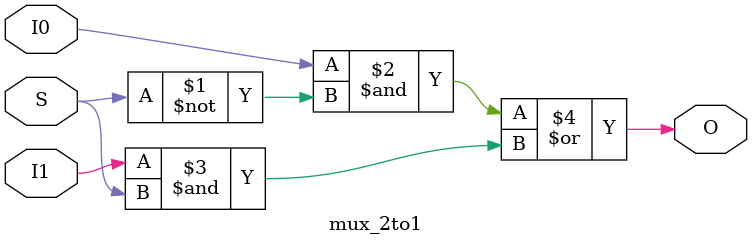
<source format=sv>
module mux_2to1(I0, I1, S, O);
	  
	input  logic I0;
	input  logic I1;
	input  logic  S; 
	output logic  O;
				
	assign O = (I0 & ~S) | (I1 & S);
	  
endmodule

</source>
